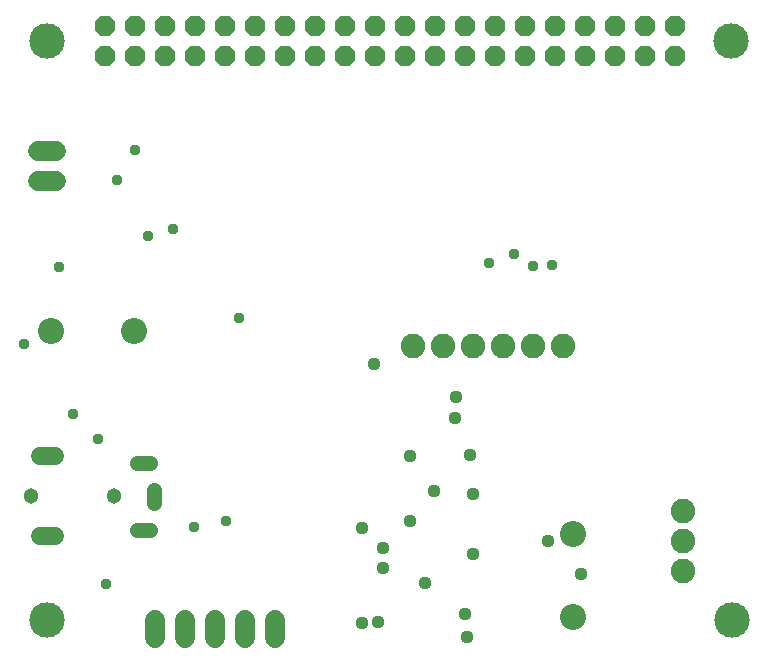
<source format=gbr>
G04 EAGLE Gerber RS-274X export*
G75*
%MOMM*%
%FSLAX34Y34*%
%LPD*%
%INSoldermask Bottom*%
%IPPOS*%
%AMOC8*
5,1,8,0,0,1.08239X$1,22.5*%
G01*
%ADD10C,3.003200*%
%ADD11C,2.203200*%
%ADD12C,2.082800*%
%ADD13C,1.727200*%
%ADD14P,1.869504X8X22.500000*%
%ADD15C,1.511200*%
%ADD16C,1.303200*%
%ADD17C,1.311200*%
%ADD18C,1.117600*%
%ADD19C,0.959600*%


D10*
X615000Y35000D03*
X614000Y525000D03*
X35000Y525000D03*
X35000Y35000D03*
D11*
X480090Y38040D03*
X480090Y108040D03*
D12*
X471200Y267200D03*
X445800Y267200D03*
X420400Y267200D03*
X395000Y267200D03*
X369600Y267200D03*
X344200Y267200D03*
X572800Y127500D03*
X572800Y102100D03*
X572800Y76700D03*
D13*
X42620Y432700D02*
X27380Y432700D01*
X27380Y407300D02*
X42620Y407300D01*
D14*
X83700Y512300D03*
X83700Y537700D03*
X109100Y512300D03*
X109100Y537700D03*
X134500Y512300D03*
X134500Y537700D03*
X159900Y512300D03*
X159900Y537700D03*
X185300Y512300D03*
X185300Y537700D03*
X210700Y512300D03*
X210700Y537700D03*
X236100Y512300D03*
X236100Y537700D03*
X261500Y512300D03*
X261500Y537700D03*
X286900Y512300D03*
X286900Y537700D03*
X312300Y512300D03*
X312300Y537700D03*
X337700Y512300D03*
X337700Y537700D03*
X363100Y512300D03*
X363100Y537700D03*
X388500Y512300D03*
X388500Y537700D03*
X413900Y512300D03*
X413900Y537700D03*
X439300Y512300D03*
X439300Y537700D03*
X464700Y512300D03*
X464700Y537700D03*
X490100Y512300D03*
X490100Y537700D03*
X515500Y512300D03*
X515500Y537700D03*
X540900Y512300D03*
X540900Y537700D03*
X566300Y512300D03*
X566300Y537700D03*
D11*
X38000Y280000D03*
X108000Y280000D03*
D15*
X41740Y174000D02*
X28660Y174000D01*
D16*
X91200Y140000D03*
X21200Y140000D03*
D15*
X28660Y106000D02*
X41740Y106000D01*
D17*
X110660Y168500D02*
X121740Y168500D01*
X125200Y145540D02*
X125200Y134460D01*
X121740Y111500D02*
X110660Y111500D01*
D13*
X126000Y35220D02*
X126000Y19980D01*
X151400Y19980D02*
X151400Y35220D01*
X176800Y35220D02*
X176800Y19980D01*
X202200Y19980D02*
X202200Y35220D01*
X227600Y35220D02*
X227600Y19980D01*
D18*
X318800Y95750D03*
X341660Y118610D03*
X381030Y224020D03*
X392460Y174490D03*
D19*
X78200Y188800D03*
X57100Y209900D03*
X186600Y118600D03*
X15212Y268929D03*
X462700Y335600D03*
D18*
X301020Y32250D03*
X341660Y173855D03*
X458500Y102100D03*
X486440Y74160D03*
X361980Y144010D03*
X314990Y33520D03*
X354360Y66540D03*
X388650Y39870D03*
X379760Y206240D03*
X318800Y79240D03*
X301020Y112895D03*
X311180Y251960D03*
X389920Y20820D03*
D19*
X120000Y360600D03*
X94300Y407700D03*
X158900Y113900D03*
D18*
X395000Y141470D03*
X395000Y90670D03*
D19*
X109100Y433000D03*
X141000Y366300D03*
X197500Y291100D03*
X84300Y65900D03*
X44800Y334300D03*
X409000Y337600D03*
X430300Y345000D03*
X446500Y334700D03*
M02*

</source>
